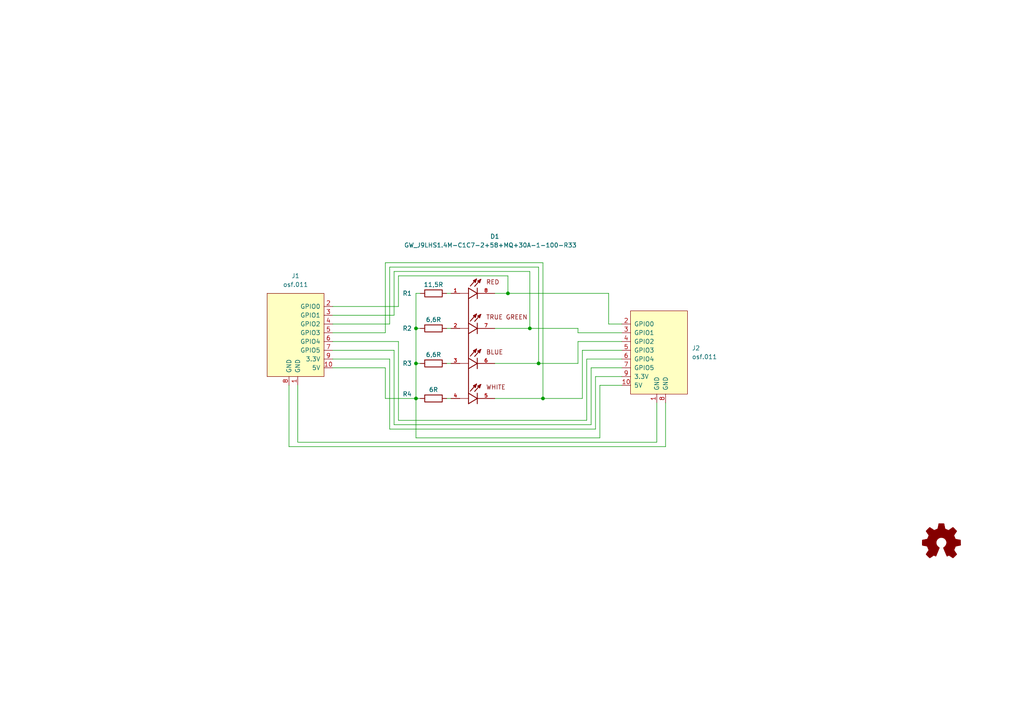
<source format=kicad_sch>
(kicad_sch (version 20211123) (generator eeschema)

  (uuid 57732dd3-1162-4c3f-88bd-31bf473d124d)

  (paper "A4")

  (lib_symbols
    (symbol "011_GPIO_1" (pin_names (offset 1.016)) (in_bom yes) (on_board yes)
      (property "Reference" "J" (id 0) (at -2.54 13.97 0)
        (effects (font (size 1.27 1.27)))
      )
      (property "Value" "011_GPIO_1" (id 1) (at 8.89 13.97 0)
        (effects (font (size 1.27 1.27)))
      )
      (property "Footprint" "" (id 2) (at 7.62 16.51 0)
        (effects (font (size 1.27 1.27)) hide)
      )
      (property "Datasheet" "" (id 3) (at 7.62 16.51 0)
        (effects (font (size 1.27 1.27)) hide)
      )
      (symbol "011_GPIO_1_0_1"
        (rectangle (start -8.89 12.7) (end 7.62 -11.43)
          (stroke (width 0) (type default) (color 0 0 0 0))
          (fill (type background))
        )
      )
      (symbol "011_GPIO_1_1_1"
        (pin power_in line (at -1.27 -13.97 90) (length 2.54)
          (name "GND" (effects (font (size 1.27 1.27))))
          (number "1" (effects (font (size 1.27 1.27))))
        )
        (pin power_in line (at -11.43 -8.89 0) (length 2.54)
          (name "5V" (effects (font (size 1.27 1.27))))
          (number "10" (effects (font (size 1.27 1.27))))
        )
        (pin bidirectional line (at -11.43 8.89 0) (length 2.54)
          (name "GPIO0" (effects (font (size 1.27 1.27))))
          (number "2" (effects (font (size 1.27 1.27))))
        )
        (pin bidirectional line (at -11.43 6.35 0) (length 2.54)
          (name "GPIO1" (effects (font (size 1.27 1.27))))
          (number "3" (effects (font (size 1.27 1.27))))
        )
        (pin bidirectional line (at -11.43 3.81 0) (length 2.54)
          (name "GPIO2" (effects (font (size 1.27 1.27))))
          (number "4" (effects (font (size 1.27 1.27))))
        )
        (pin bidirectional line (at -11.43 1.27 0) (length 2.54)
          (name "GPIO3" (effects (font (size 1.27 1.27))))
          (number "5" (effects (font (size 1.27 1.27))))
        )
        (pin bidirectional line (at -11.43 -1.27 0) (length 2.54)
          (name "GPIO4" (effects (font (size 1.27 1.27))))
          (number "6" (effects (font (size 1.27 1.27))))
        )
        (pin bidirectional line (at -11.43 -3.81 0) (length 2.54)
          (name "GPIO5" (effects (font (size 1.27 1.27))))
          (number "7" (effects (font (size 1.27 1.27))))
        )
        (pin power_in line (at 1.27 -13.97 90) (length 2.54)
          (name "GND" (effects (font (size 1.27 1.27))))
          (number "8" (effects (font (size 1.27 1.27))))
        )
        (pin power_in line (at -11.43 -6.35 0) (length 2.54)
          (name "3.3V" (effects (font (size 1.27 1.27))))
          (number "9" (effects (font (size 1.27 1.27))))
        )
      )
    )
    (symbol "Device:R" (pin_numbers hide) (pin_names (offset 0)) (in_bom yes) (on_board yes)
      (property "Reference" "R" (id 0) (at 2.032 0 90)
        (effects (font (size 1.27 1.27)))
      )
      (property "Value" "R" (id 1) (at 0 0 90)
        (effects (font (size 1.27 1.27)))
      )
      (property "Footprint" "" (id 2) (at -1.778 0 90)
        (effects (font (size 1.27 1.27)) hide)
      )
      (property "Datasheet" "~" (id 3) (at 0 0 0)
        (effects (font (size 1.27 1.27)) hide)
      )
      (property "ki_keywords" "R res resistor" (id 4) (at 0 0 0)
        (effects (font (size 1.27 1.27)) hide)
      )
      (property "ki_description" "Resistor" (id 5) (at 0 0 0)
        (effects (font (size 1.27 1.27)) hide)
      )
      (property "ki_fp_filters" "R_*" (id 6) (at 0 0 0)
        (effects (font (size 1.27 1.27)) hide)
      )
      (symbol "R_0_1"
        (rectangle (start -1.016 -2.54) (end 1.016 2.54)
          (stroke (width 0.254) (type default) (color 0 0 0 0))
          (fill (type none))
        )
      )
      (symbol "R_1_1"
        (pin passive line (at 0 3.81 270) (length 1.27)
          (name "~" (effects (font (size 1.27 1.27))))
          (number "1" (effects (font (size 1.27 1.27))))
        )
        (pin passive line (at 0 -3.81 90) (length 1.27)
          (name "~" (effects (font (size 1.27 1.27))))
          (number "2" (effects (font (size 1.27 1.27))))
        )
      )
    )
    (symbol "GW_J9LHS1.4M-C1C7-2_58_MQ_30A-1-100-R33:GW_J9LHS1.4M-C1C7-2+58+MQ+30A-1-100-R33" (pin_names (offset 1.016)) (in_bom yes) (on_board yes)
      (property "Reference" "D" (id 0) (at -5.6388 19.7358 0)
        (effects (font (size 1.27 1.27)) (justify left bottom))
      )
      (property "Value" "GW_J9LHS1.4M-C1C7-2+58+MQ+30A-1-100-R33" (id 1) (at -5.08 -20.32 0)
        (effects (font (size 1.27 1.27)) (justify left bottom))
      )
      (property "Footprint" "LED_GW_J9LHS1.4M-C1C7-2+58+MQ+30A-1-100-R33" (id 2) (at 0 0 0)
        (effects (font (size 1.27 1.27)) (justify bottom) hide)
      )
      (property "Datasheet" "" (id 3) (at 0 0 0)
        (effects (font (size 1.27 1.27)) hide)
      )
      (property "PARTREV" "1.2" (id 4) (at 0 0 0)
        (effects (font (size 1.27 1.27)) (justify bottom) hide)
      )
      (property "MANUFACTURER" "OSRAM Opto Semiconductors" (id 5) (at 0 0 0)
        (effects (font (size 1.27 1.27)) (justify bottom) hide)
      )
      (property "MAXIMUM_PACKAGE_HEIGHT" "1.2 mm" (id 6) (at 0 0 0)
        (effects (font (size 1.27 1.27)) (justify bottom) hide)
      )
      (property "STANDARD" "Manufacturer Recommendations" (id 7) (at 0 0 0)
        (effects (font (size 1.27 1.27)) (justify bottom) hide)
      )
      (symbol "GW_J9LHS1.4M-C1C7-2+58+MQ+30A-1-100-R33_0_0"
        (rectangle (start -2.54 -16.764) (end -2.54 16.764)
          (stroke (width 0.254) (type default) (color 0 0 0 0))
          (fill (type background))
        )
        (polyline
          (pts
            (xy -2.54 -16.764)
            (xy 0 -15.24)
          )
          (stroke (width 0.254) (type default) (color 0 0 0 0))
          (fill (type none))
        )
        (polyline
          (pts
            (xy -2.54 -15.24)
            (xy -5.08 -15.24)
          )
          (stroke (width 0.1524) (type default) (color 0 0 0 0))
          (fill (type none))
        )
        (polyline
          (pts
            (xy -2.54 -6.604)
            (xy 0 -5.08)
          )
          (stroke (width 0.254) (type default) (color 0 0 0 0))
          (fill (type none))
        )
        (polyline
          (pts
            (xy -2.54 -5.08)
            (xy -5.08 -5.08)
          )
          (stroke (width 0.1524) (type default) (color 0 0 0 0))
          (fill (type none))
        )
        (polyline
          (pts
            (xy -2.54 3.556)
            (xy 0 5.08)
          )
          (stroke (width 0.254) (type default) (color 0 0 0 0))
          (fill (type none))
        )
        (polyline
          (pts
            (xy -2.54 5.08)
            (xy -5.08 5.08)
          )
          (stroke (width 0.1524) (type default) (color 0 0 0 0))
          (fill (type none))
        )
        (polyline
          (pts
            (xy -2.54 13.716)
            (xy 0 15.24)
          )
          (stroke (width 0.254) (type default) (color 0 0 0 0))
          (fill (type none))
        )
        (polyline
          (pts
            (xy -2.54 15.24)
            (xy -5.08 15.24)
          )
          (stroke (width 0.1524) (type default) (color 0 0 0 0))
          (fill (type none))
        )
        (polyline
          (pts
            (xy -1.1176 -11.557)
            (xy -0.2286 -11.0744)
          )
          (stroke (width 0.254) (type default) (color 0 0 0 0))
          (fill (type none))
        )
        (polyline
          (pts
            (xy -1.1176 -1.397)
            (xy -0.2286 -0.9144)
          )
          (stroke (width 0.254) (type default) (color 0 0 0 0))
          (fill (type none))
        )
        (polyline
          (pts
            (xy -1.1176 8.763)
            (xy -0.2286 9.2456)
          )
          (stroke (width 0.254) (type default) (color 0 0 0 0))
          (fill (type none))
        )
        (polyline
          (pts
            (xy -1.1176 18.923)
            (xy -0.2286 19.4056)
          )
          (stroke (width 0.254) (type default) (color 0 0 0 0))
          (fill (type none))
        )
        (polyline
          (pts
            (xy -0.9398 -11.6332)
            (xy -0.7112 -11.4808)
          )
          (stroke (width 0.254) (type default) (color 0 0 0 0))
          (fill (type none))
        )
        (polyline
          (pts
            (xy -0.9398 -1.4732)
            (xy -0.7112 -1.3208)
          )
          (stroke (width 0.254) (type default) (color 0 0 0 0))
          (fill (type none))
        )
        (polyline
          (pts
            (xy -0.9398 8.6868)
            (xy -0.7112 8.8392)
          )
          (stroke (width 0.254) (type default) (color 0 0 0 0))
          (fill (type none))
        )
        (polyline
          (pts
            (xy -0.9398 18.8468)
            (xy -0.7112 18.9992)
          )
          (stroke (width 0.254) (type default) (color 0 0 0 0))
          (fill (type none))
        )
        (polyline
          (pts
            (xy -0.5588 -12.0396)
            (xy -1.1176 -11.557)
          )
          (stroke (width 0.254) (type default) (color 0 0 0 0))
          (fill (type none))
        )
        (polyline
          (pts
            (xy -0.5588 -12.0396)
            (xy -0.5334 -11.303)
          )
          (stroke (width 0.254) (type default) (color 0 0 0 0))
          (fill (type none))
        )
        (polyline
          (pts
            (xy -0.5588 -1.8796)
            (xy -1.1176 -1.397)
          )
          (stroke (width 0.254) (type default) (color 0 0 0 0))
          (fill (type none))
        )
        (polyline
          (pts
            (xy -0.5588 -1.8796)
            (xy -0.5334 -1.143)
          )
          (stroke (width 0.254) (type default) (color 0 0 0 0))
          (fill (type none))
        )
        (polyline
          (pts
            (xy -0.5588 8.2804)
            (xy -1.1176 8.763)
          )
          (stroke (width 0.254) (type default) (color 0 0 0 0))
          (fill (type none))
        )
        (polyline
          (pts
            (xy -0.5588 8.2804)
            (xy -0.5334 9.017)
          )
          (stroke (width 0.254) (type default) (color 0 0 0 0))
          (fill (type none))
        )
        (polyline
          (pts
            (xy -0.5588 18.4404)
            (xy -1.1176 18.923)
          )
          (stroke (width 0.254) (type default) (color 0 0 0 0))
          (fill (type none))
        )
        (polyline
          (pts
            (xy -0.5588 18.4404)
            (xy -0.5334 19.177)
          )
          (stroke (width 0.254) (type default) (color 0 0 0 0))
          (fill (type none))
        )
        (polyline
          (pts
            (xy -0.5334 -11.303)
            (xy -0.6604 -11.303)
          )
          (stroke (width 0.254) (type default) (color 0 0 0 0))
          (fill (type none))
        )
        (polyline
          (pts
            (xy -0.5334 -1.143)
            (xy -0.6604 -1.143)
          )
          (stroke (width 0.254) (type default) (color 0 0 0 0))
          (fill (type none))
        )
        (polyline
          (pts
            (xy -0.5334 9.017)
            (xy -0.6604 9.017)
          )
          (stroke (width 0.254) (type default) (color 0 0 0 0))
          (fill (type none))
        )
        (polyline
          (pts
            (xy -0.5334 19.177)
            (xy -0.6604 19.177)
          )
          (stroke (width 0.254) (type default) (color 0 0 0 0))
          (fill (type none))
        )
        (polyline
          (pts
            (xy -0.2286 -11.0744)
            (xy -2.0066 -13.1064)
          )
          (stroke (width 0.254) (type default) (color 0 0 0 0))
          (fill (type none))
        )
        (polyline
          (pts
            (xy -0.2286 -11.0744)
            (xy -0.5588 -12.0396)
          )
          (stroke (width 0.254) (type default) (color 0 0 0 0))
          (fill (type none))
        )
        (polyline
          (pts
            (xy -0.2286 -0.9144)
            (xy -2.0066 -2.9464)
          )
          (stroke (width 0.254) (type default) (color 0 0 0 0))
          (fill (type none))
        )
        (polyline
          (pts
            (xy -0.2286 -0.9144)
            (xy -0.5588 -1.8796)
          )
          (stroke (width 0.254) (type default) (color 0 0 0 0))
          (fill (type none))
        )
        (polyline
          (pts
            (xy -0.2286 9.2456)
            (xy -2.0066 7.2136)
          )
          (stroke (width 0.254) (type default) (color 0 0 0 0))
          (fill (type none))
        )
        (polyline
          (pts
            (xy -0.2286 9.2456)
            (xy -0.5588 8.2804)
          )
          (stroke (width 0.254) (type default) (color 0 0 0 0))
          (fill (type none))
        )
        (polyline
          (pts
            (xy -0.2286 19.4056)
            (xy -2.0066 17.3736)
          )
          (stroke (width 0.254) (type default) (color 0 0 0 0))
          (fill (type none))
        )
        (polyline
          (pts
            (xy -0.2286 19.4056)
            (xy -0.5588 18.4404)
          )
          (stroke (width 0.254) (type default) (color 0 0 0 0))
          (fill (type none))
        )
        (polyline
          (pts
            (xy 0 -15.24)
            (xy -2.54 -13.716)
          )
          (stroke (width 0.254) (type default) (color 0 0 0 0))
          (fill (type none))
        )
        (polyline
          (pts
            (xy 0 -13.716)
            (xy 0 -16.764)
          )
          (stroke (width 0.254) (type default) (color 0 0 0 0))
          (fill (type none))
        )
        (polyline
          (pts
            (xy 0 -5.08)
            (xy -2.54 -3.556)
          )
          (stroke (width 0.254) (type default) (color 0 0 0 0))
          (fill (type none))
        )
        (polyline
          (pts
            (xy 0 -3.556)
            (xy 0 -6.604)
          )
          (stroke (width 0.254) (type default) (color 0 0 0 0))
          (fill (type none))
        )
        (polyline
          (pts
            (xy 0 5.08)
            (xy -2.54 6.604)
          )
          (stroke (width 0.254) (type default) (color 0 0 0 0))
          (fill (type none))
        )
        (polyline
          (pts
            (xy 0 6.604)
            (xy 0 3.556)
          )
          (stroke (width 0.254) (type default) (color 0 0 0 0))
          (fill (type none))
        )
        (polyline
          (pts
            (xy 0 15.24)
            (xy -2.54 16.764)
          )
          (stroke (width 0.254) (type default) (color 0 0 0 0))
          (fill (type none))
        )
        (polyline
          (pts
            (xy 0 16.764)
            (xy 0 13.716)
          )
          (stroke (width 0.254) (type default) (color 0 0 0 0))
          (fill (type none))
        )
        (polyline
          (pts
            (xy 0.127 -11.6586)
            (xy 1.016 -11.176)
          )
          (stroke (width 0.254) (type default) (color 0 0 0 0))
          (fill (type none))
        )
        (polyline
          (pts
            (xy 0.127 -1.4986)
            (xy 1.016 -1.016)
          )
          (stroke (width 0.254) (type default) (color 0 0 0 0))
          (fill (type none))
        )
        (polyline
          (pts
            (xy 0.127 8.6614)
            (xy 1.016 9.144)
          )
          (stroke (width 0.254) (type default) (color 0 0 0 0))
          (fill (type none))
        )
        (polyline
          (pts
            (xy 0.127 18.8214)
            (xy 1.016 19.304)
          )
          (stroke (width 0.254) (type default) (color 0 0 0 0))
          (fill (type none))
        )
        (polyline
          (pts
            (xy 0.3048 -11.7348)
            (xy 0.5334 -11.5824)
          )
          (stroke (width 0.254) (type default) (color 0 0 0 0))
          (fill (type none))
        )
        (polyline
          (pts
            (xy 0.3048 -1.5748)
            (xy 0.5334 -1.4224)
          )
          (stroke (width 0.254) (type default) (color 0 0 0 0))
          (fill (type none))
        )
        (polyline
          (pts
            (xy 0.3048 8.5852)
            (xy 0.5334 8.7376)
          )
          (stroke (width 0.254) (type default) (color 0 0 0 0))
          (fill (type none))
        )
        (polyline
          (pts
            (xy 0.3048 18.7452)
            (xy 0.5334 18.8976)
          )
          (stroke (width 0.254) (type default) (color 0 0 0 0))
          (fill (type none))
        )
        (polyline
          (pts
            (xy 0.6858 -12.1412)
            (xy 0.127 -11.6586)
          )
          (stroke (width 0.254) (type default) (color 0 0 0 0))
          (fill (type none))
        )
        (polyline
          (pts
            (xy 0.6858 -12.1412)
            (xy 0.7112 -11.4046)
          )
          (stroke (width 0.254) (type default) (color 0 0 0 0))
          (fill (type none))
        )
        (polyline
          (pts
            (xy 0.6858 -1.9812)
            (xy 0.127 -1.4986)
          )
          (stroke (width 0.254) (type default) (color 0 0 0 0))
          (fill (type none))
        )
        (polyline
          (pts
            (xy 0.6858 -1.9812)
            (xy 0.7112 -1.2446)
          )
          (stroke (width 0.254) (type default) (color 0 0 0 0))
          (fill (type none))
        )
        (polyline
          (pts
            (xy 0.6858 8.1788)
            (xy 0.127 8.6614)
          )
          (stroke (width 0.254) (type default) (color 0 0 0 0))
          (fill (type none))
        )
        (polyline
          (pts
            (xy 0.6858 8.1788)
            (xy 0.7112 8.9154)
          )
          (stroke (width 0.254) (type default) (color 0 0 0 0))
          (fill (type none))
        )
        (polyline
          (pts
            (xy 0.6858 18.3388)
            (xy 0.127 18.8214)
          )
          (stroke (width 0.254) (type default) (color 0 0 0 0))
          (fill (type none))
        )
        (polyline
          (pts
            (xy 0.6858 18.3388)
            (xy 0.7112 19.0754)
          )
          (stroke (width 0.254) (type default) (color 0 0 0 0))
          (fill (type none))
        )
        (polyline
          (pts
            (xy 0.7112 -11.4046)
            (xy 0.5842 -11.4046)
          )
          (stroke (width 0.254) (type default) (color 0 0 0 0))
          (fill (type none))
        )
        (polyline
          (pts
            (xy 0.7112 -1.2446)
            (xy 0.5842 -1.2446)
          )
          (stroke (width 0.254) (type default) (color 0 0 0 0))
          (fill (type none))
        )
        (polyline
          (pts
            (xy 0.7112 8.9154)
            (xy 0.5842 8.9154)
          )
          (stroke (width 0.254) (type default) (color 0 0 0 0))
          (fill (type none))
        )
        (polyline
          (pts
            (xy 0.7112 19.0754)
            (xy 0.5842 19.0754)
          )
          (stroke (width 0.254) (type default) (color 0 0 0 0))
          (fill (type none))
        )
        (polyline
          (pts
            (xy 1.016 -11.176)
            (xy -0.762 -13.208)
          )
          (stroke (width 0.254) (type default) (color 0 0 0 0))
          (fill (type none))
        )
        (polyline
          (pts
            (xy 1.016 -11.176)
            (xy 0.6858 -12.1412)
          )
          (stroke (width 0.254) (type default) (color 0 0 0 0))
          (fill (type none))
        )
        (polyline
          (pts
            (xy 1.016 -1.016)
            (xy -0.762 -3.048)
          )
          (stroke (width 0.254) (type default) (color 0 0 0 0))
          (fill (type none))
        )
        (polyline
          (pts
            (xy 1.016 -1.016)
            (xy 0.6858 -1.9812)
          )
          (stroke (width 0.254) (type default) (color 0 0 0 0))
          (fill (type none))
        )
        (polyline
          (pts
            (xy 1.016 9.144)
            (xy -0.762 7.112)
          )
          (stroke (width 0.254) (type default) (color 0 0 0 0))
          (fill (type none))
        )
        (polyline
          (pts
            (xy 1.016 9.144)
            (xy 0.6858 8.1788)
          )
          (stroke (width 0.254) (type default) (color 0 0 0 0))
          (fill (type none))
        )
        (polyline
          (pts
            (xy 1.016 19.304)
            (xy -0.762 17.272)
          )
          (stroke (width 0.254) (type default) (color 0 0 0 0))
          (fill (type none))
        )
        (polyline
          (pts
            (xy 1.016 19.304)
            (xy 0.6858 18.3388)
          )
          (stroke (width 0.254) (type default) (color 0 0 0 0))
          (fill (type none))
        )
        (text "BLUE" (at 2.54 -2.54 0)
          (effects (font (size 1.27 1.27)) (justify left bottom))
        )
        (text "RED" (at 2.54 17.78 0)
          (effects (font (size 1.27 1.27)) (justify left bottom))
        )
        (text "TRUE GREEN" (at 2.54 7.62 0)
          (effects (font (size 1.27 1.27)) (justify left bottom))
        )
        (text "WHITE" (at 2.54 -12.7 0)
          (effects (font (size 1.27 1.27)) (justify left bottom))
        )
        (pin passive line (at -7.62 15.24 0) (length 2.54)
          (name "~" (effects (font (size 1.016 1.016))))
          (number "1" (effects (font (size 1.016 1.016))))
        )
        (pin passive line (at -7.62 5.08 0) (length 2.54)
          (name "~" (effects (font (size 1.016 1.016))))
          (number "2" (effects (font (size 1.016 1.016))))
        )
        (pin passive line (at -7.62 -5.08 0) (length 2.54)
          (name "~" (effects (font (size 1.016 1.016))))
          (number "3" (effects (font (size 1.016 1.016))))
        )
        (pin passive line (at -7.62 -15.24 0) (length 2.54)
          (name "~" (effects (font (size 1.016 1.016))))
          (number "4" (effects (font (size 1.016 1.016))))
        )
        (pin passive line (at 5.08 -15.24 180) (length 5.08)
          (name "~" (effects (font (size 1.016 1.016))))
          (number "5" (effects (font (size 1.016 1.016))))
        )
        (pin passive line (at 5.08 -5.08 180) (length 5.08)
          (name "~" (effects (font (size 1.016 1.016))))
          (number "6" (effects (font (size 1.016 1.016))))
        )
        (pin passive line (at 5.08 5.08 180) (length 5.08)
          (name "~" (effects (font (size 1.016 1.016))))
          (number "7" (effects (font (size 1.016 1.016))))
        )
        (pin passive line (at 5.08 15.24 180) (length 5.08)
          (name "~" (effects (font (size 1.016 1.016))))
          (number "8" (effects (font (size 1.016 1.016))))
        )
      )
    )
    (symbol "Graphic:Logo_Open_Hardware_Small" (pin_names (offset 1.016)) (in_bom yes) (on_board yes)
      (property "Reference" "#LOGO" (id 0) (at 0 6.985 0)
        (effects (font (size 1.27 1.27)) hide)
      )
      (property "Value" "Logo_Open_Hardware_Small" (id 1) (at 0 -5.715 0)
        (effects (font (size 1.27 1.27)) hide)
      )
      (property "Footprint" "" (id 2) (at 0 0 0)
        (effects (font (size 1.27 1.27)) hide)
      )
      (property "Datasheet" "~" (id 3) (at 0 0 0)
        (effects (font (size 1.27 1.27)) hide)
      )
      (property "ki_keywords" "Logo" (id 4) (at 0 0 0)
        (effects (font (size 1.27 1.27)) hide)
      )
      (property "ki_description" "Open Hardware logo, small" (id 5) (at 0 0 0)
        (effects (font (size 1.27 1.27)) hide)
      )
      (symbol "Logo_Open_Hardware_Small_0_1"
        (polyline
          (pts
            (xy 3.3528 -4.3434)
            (xy 3.302 -4.318)
            (xy 3.175 -4.2418)
            (xy 2.9972 -4.1148)
            (xy 2.7686 -3.9624)
            (xy 2.54 -3.81)
            (xy 2.3622 -3.7084)
            (xy 2.2352 -3.6068)
            (xy 2.1844 -3.5814)
            (xy 2.159 -3.6068)
            (xy 2.0574 -3.6576)
            (xy 1.905 -3.7338)
            (xy 1.8034 -3.7846)
            (xy 1.6764 -3.8354)
            (xy 1.6002 -3.8354)
            (xy 1.6002 -3.8354)
            (xy 1.5494 -3.7338)
            (xy 1.4732 -3.5306)
            (xy 1.3462 -3.302)
            (xy 1.2446 -3.0226)
            (xy 1.1176 -2.7178)
            (xy 0.9652 -2.413)
            (xy 0.8636 -2.1082)
            (xy 0.7366 -1.8288)
            (xy 0.6604 -1.6256)
            (xy 0.6096 -1.4732)
            (xy 0.5842 -1.397)
            (xy 0.5842 -1.397)
            (xy 0.6604 -1.3208)
            (xy 0.7874 -1.2446)
            (xy 1.0414 -1.016)
            (xy 1.2954 -0.6858)
            (xy 1.4478 -0.3302)
            (xy 1.524 0.0762)
            (xy 1.4732 0.4572)
            (xy 1.3208 0.8128)
            (xy 1.0668 1.143)
            (xy 0.762 1.3716)
            (xy 0.4064 1.524)
            (xy 0 1.5748)
            (xy -0.381 1.5494)
            (xy -0.7366 1.397)
            (xy -1.0668 1.143)
            (xy -1.2192 0.9906)
            (xy -1.397 0.6604)
            (xy -1.524 0.3048)
            (xy -1.524 0.2286)
            (xy -1.4986 -0.1778)
            (xy -1.397 -0.5334)
            (xy -1.1938 -0.8636)
            (xy -0.9144 -1.143)
            (xy -0.8636 -1.1684)
            (xy -0.7366 -1.27)
            (xy -0.635 -1.3462)
            (xy -0.5842 -1.397)
            (xy -1.0668 -2.5908)
            (xy -1.143 -2.794)
            (xy -1.2954 -3.1242)
            (xy -1.397 -3.4036)
            (xy -1.4986 -3.6322)
            (xy -1.5748 -3.7846)
            (xy -1.6002 -3.8354)
            (xy -1.6002 -3.8354)
            (xy -1.651 -3.8354)
            (xy -1.7272 -3.81)
            (xy -1.905 -3.7338)
            (xy -2.0066 -3.683)
            (xy -2.1336 -3.6068)
            (xy -2.2098 -3.5814)
            (xy -2.2606 -3.6068)
            (xy -2.3622 -3.683)
            (xy -2.54 -3.81)
            (xy -2.7686 -3.9624)
            (xy -2.9718 -4.0894)
            (xy -3.1496 -4.2164)
            (xy -3.302 -4.318)
            (xy -3.3528 -4.3434)
            (xy -3.3782 -4.3434)
            (xy -3.429 -4.318)
            (xy -3.5306 -4.2164)
            (xy -3.7084 -4.064)
            (xy -3.937 -3.8354)
            (xy -3.9624 -3.81)
            (xy -4.1656 -3.6068)
            (xy -4.318 -3.4544)
            (xy -4.4196 -3.3274)
            (xy -4.445 -3.2766)
            (xy -4.445 -3.2766)
            (xy -4.4196 -3.2258)
            (xy -4.318 -3.0734)
            (xy -4.2164 -2.8956)
            (xy -4.064 -2.667)
            (xy -3.6576 -2.0828)
            (xy -3.8862 -1.5494)
            (xy -3.937 -1.3716)
            (xy -4.0386 -1.1684)
            (xy -4.0894 -1.0414)
            (xy -4.1148 -0.9652)
            (xy -4.191 -0.9398)
            (xy -4.318 -0.9144)
            (xy -4.5466 -0.8636)
            (xy -4.8006 -0.8128)
            (xy -5.0546 -0.7874)
            (xy -5.2578 -0.7366)
            (xy -5.4356 -0.7112)
            (xy -5.5118 -0.6858)
            (xy -5.5118 -0.6858)
            (xy -5.5372 -0.635)
            (xy -5.5372 -0.5588)
            (xy -5.5372 -0.4318)
            (xy -5.5626 -0.2286)
            (xy -5.5626 0.0762)
            (xy -5.5626 0.127)
            (xy -5.5372 0.4064)
            (xy -5.5372 0.635)
            (xy -5.5372 0.762)
            (xy -5.5372 0.8382)
            (xy -5.5372 0.8382)
            (xy -5.461 0.8382)
            (xy -5.3086 0.889)
            (xy -5.08 0.9144)
            (xy -4.826 0.9652)
            (xy -4.8006 0.9906)
            (xy -4.5466 1.0414)
            (xy -4.318 1.0668)
            (xy -4.1656 1.1176)
            (xy -4.0894 1.143)
            (xy -4.0894 1.143)
            (xy -4.0386 1.2446)
            (xy -3.9624 1.4224)
            (xy -3.8608 1.6256)
            (xy -3.7846 1.8288)
            (xy -3.7084 2.0066)
            (xy -3.6576 2.159)
            (xy -3.6322 2.2098)
            (xy -3.6322 2.2098)
            (xy -3.683 2.286)
            (xy -3.7592 2.413)
            (xy -3.8862 2.5908)
            (xy -4.064 2.8194)
            (xy -4.064 2.8448)
            (xy -4.2164 3.0734)
            (xy -4.3434 3.2512)
            (xy -4.4196 3.3782)
            (xy -4.445 3.4544)
            (xy -4.445 3.4544)
            (xy -4.3942 3.5052)
            (xy -4.2926 3.6322)
            (xy -4.1148 3.81)
            (xy -3.937 4.0132)
            (xy -3.8608 4.064)
            (xy -3.6576 4.2926)
            (xy -3.5052 4.4196)
            (xy -3.4036 4.4958)
            (xy -3.3528 4.5212)
            (xy -3.3528 4.5212)
            (xy -3.302 4.4704)
            (xy -3.1496 4.3688)
            (xy -2.9718 4.2418)
            (xy -2.7432 4.0894)
            (xy -2.7178 4.0894)
            (xy -2.4892 3.937)
            (xy -2.3114 3.81)
            (xy -2.1844 3.7084)
            (xy -2.1336 3.683)
            (xy -2.1082 3.683)
            (xy -2.032 3.7084)
            (xy -1.8542 3.7592)
            (xy -1.6764 3.8354)
            (xy -1.4732 3.937)
            (xy -1.27 4.0132)
            (xy -1.143 4.064)
            (xy -1.0668 4.1148)
            (xy -1.0668 4.1148)
            (xy -1.0414 4.191)
            (xy -1.016 4.3434)
            (xy -0.9652 4.572)
            (xy -0.9144 4.8514)
            (xy -0.889 4.9022)
            (xy -0.8382 5.1562)
            (xy -0.8128 5.3848)
            (xy -0.7874 5.5372)
            (xy -0.762 5.588)
            (xy -0.7112 5.6134)
            (xy -0.5842 5.6134)
            (xy -0.4064 5.6134)
            (xy -0.1524 5.6134)
            (xy 0.0762 5.6134)
            (xy 0.3302 5.6134)
            (xy 0.5334 5.6134)
            (xy 0.6858 5.588)
            (xy 0.7366 5.588)
            (xy 0.7366 5.588)
            (xy 0.762 5.5118)
            (xy 0.8128 5.334)
            (xy 0.8382 5.1054)
            (xy 0.9144 4.826)
            (xy 0.9144 4.7752)
            (xy 0.9652 4.5212)
            (xy 1.016 4.2926)
            (xy 1.0414 4.1402)
            (xy 1.0668 4.0894)
            (xy 1.0668 4.0894)
            (xy 1.1938 4.0386)
            (xy 1.3716 3.9624)
            (xy 1.5748 3.8608)
            (xy 2.0828 3.6576)
            (xy 2.7178 4.0894)
            (xy 2.7686 4.1402)
            (xy 2.9972 4.2926)
            (xy 3.175 4.4196)
            (xy 3.302 4.4958)
            (xy 3.3782 4.5212)
            (xy 3.3782 4.5212)
            (xy 3.429 4.4704)
            (xy 3.556 4.3434)
            (xy 3.7338 4.191)
            (xy 3.9116 3.9878)
            (xy 4.064 3.8354)
            (xy 4.2418 3.6576)
            (xy 4.3434 3.556)
            (xy 4.4196 3.4798)
            (xy 4.4196 3.429)
            (xy 4.4196 3.4036)
            (xy 4.3942 3.3274)
            (xy 4.2926 3.2004)
            (xy 4.1656 2.9972)
            (xy 4.0132 2.794)
            (xy 3.8862 2.5908)
            (xy 3.7592 2.3876)
            (xy 3.6576 2.2352)
            (xy 3.6322 2.159)
            (xy 3.6322 2.1336)
            (xy 3.683 2.0066)
            (xy 3.7592 1.8288)
            (xy 3.8608 1.6002)
            (xy 4.064 1.1176)
            (xy 4.3942 1.0414)
            (xy 4.5974 1.016)
            (xy 4.8768 0.9652)
            (xy 5.1308 0.9144)
            (xy 5.5372 0.8382)
            (xy 5.5626 -0.6604)
            (xy 5.4864 -0.6858)
            (xy 5.4356 -0.6858)
            (xy 5.2832 -0.7366)
            (xy 5.0546 -0.762)
            (xy 4.8006 -0.8128)
            (xy 4.5974 -0.8636)
            (xy 4.3688 -0.9144)
            (xy 4.2164 -0.9398)
            (xy 4.1402 -0.9398)
            (xy 4.1148 -0.9652)
            (xy 4.064 -1.0668)
            (xy 3.9878 -1.2446)
            (xy 3.9116 -1.4478)
            (xy 3.81 -1.651)
            (xy 3.7338 -1.8542)
            (xy 3.683 -2.0066)
            (xy 3.6576 -2.0828)
            (xy 3.683 -2.1336)
            (xy 3.7846 -2.2606)
            (xy 3.8862 -2.4638)
            (xy 4.0386 -2.667)
            (xy 4.191 -2.8956)
            (xy 4.318 -3.0734)
            (xy 4.3942 -3.2004)
            (xy 4.445 -3.2766)
            (xy 4.4196 -3.3274)
            (xy 4.3434 -3.429)
            (xy 4.1656 -3.5814)
            (xy 3.937 -3.8354)
            (xy 3.8862 -3.8608)
            (xy 3.683 -4.064)
            (xy 3.5306 -4.2164)
            (xy 3.4036 -4.318)
            (xy 3.3528 -4.3434)
          )
          (stroke (width 0) (type default) (color 0 0 0 0))
          (fill (type outline))
        )
      )
    )
    (symbol "put_on_edge:011_GPIO" (pin_names (offset 1.016)) (in_bom yes) (on_board yes)
      (property "Reference" "J" (id 0) (at -2.54 13.97 0)
        (effects (font (size 1.27 1.27)))
      )
      (property "Value" "011_GPIO" (id 1) (at 8.89 13.97 0)
        (effects (font (size 1.27 1.27)))
      )
      (property "Footprint" "" (id 2) (at 7.62 16.51 0)
        (effects (font (size 1.27 1.27)) hide)
      )
      (property "Datasheet" "" (id 3) (at 7.62 16.51 0)
        (effects (font (size 1.27 1.27)) hide)
      )
      (symbol "011_GPIO_0_1"
        (rectangle (start -8.89 12.7) (end 7.62 -11.43)
          (stroke (width 0) (type default) (color 0 0 0 0))
          (fill (type background))
        )
      )
      (symbol "011_GPIO_1_1"
        (pin power_in line (at -1.27 -13.97 90) (length 2.54)
          (name "GND" (effects (font (size 1.27 1.27))))
          (number "1" (effects (font (size 1.27 1.27))))
        )
        (pin power_in line (at -11.43 -8.89 0) (length 2.54)
          (name "5V" (effects (font (size 1.27 1.27))))
          (number "10" (effects (font (size 1.27 1.27))))
        )
        (pin bidirectional line (at -11.43 8.89 0) (length 2.54)
          (name "GPIO0" (effects (font (size 1.27 1.27))))
          (number "2" (effects (font (size 1.27 1.27))))
        )
        (pin bidirectional line (at -11.43 6.35 0) (length 2.54)
          (name "GPIO1" (effects (font (size 1.27 1.27))))
          (number "3" (effects (font (size 1.27 1.27))))
        )
        (pin bidirectional line (at -11.43 3.81 0) (length 2.54)
          (name "GPIO2" (effects (font (size 1.27 1.27))))
          (number "4" (effects (font (size 1.27 1.27))))
        )
        (pin bidirectional line (at -11.43 1.27 0) (length 2.54)
          (name "GPIO3" (effects (font (size 1.27 1.27))))
          (number "5" (effects (font (size 1.27 1.27))))
        )
        (pin bidirectional line (at -11.43 -1.27 0) (length 2.54)
          (name "GPIO4" (effects (font (size 1.27 1.27))))
          (number "6" (effects (font (size 1.27 1.27))))
        )
        (pin bidirectional line (at -11.43 -3.81 0) (length 2.54)
          (name "GPIO5" (effects (font (size 1.27 1.27))))
          (number "7" (effects (font (size 1.27 1.27))))
        )
        (pin power_in line (at 1.27 -13.97 90) (length 2.54)
          (name "GND" (effects (font (size 1.27 1.27))))
          (number "8" (effects (font (size 1.27 1.27))))
        )
        (pin power_in line (at -11.43 -6.35 0) (length 2.54)
          (name "3.3V" (effects (font (size 1.27 1.27))))
          (number "9" (effects (font (size 1.27 1.27))))
        )
      )
    )
  )

  (junction (at 120.65 115.57) (diameter 0) (color 0 0 0 0)
    (uuid 881738f6-91d6-438f-a1f6-26096704fe83)
  )
  (junction (at 156.21 105.41) (diameter 0) (color 0 0 0 0)
    (uuid 981f1449-ae8a-49b3-bed5-5b55145765b2)
  )
  (junction (at 153.67 95.25) (diameter 0) (color 0 0 0 0)
    (uuid a8f4f3ba-2b4c-4a4c-8409-3ec95385f422)
  )
  (junction (at 120.65 105.41) (diameter 0) (color 0 0 0 0)
    (uuid b33b9933-81bc-49c1-a413-cbb199d26567)
  )
  (junction (at 157.48 115.57) (diameter 0) (color 0 0 0 0)
    (uuid d9664e68-d37d-4317-a49f-45be655f83df)
  )
  (junction (at 147.32 85.09) (diameter 0) (color 0 0 0 0)
    (uuid e796f029-eac6-45c6-a998-2c0041f24f8c)
  )
  (junction (at 120.65 95.25) (diameter 0) (color 0 0 0 0)
    (uuid fb04a030-1991-4a93-ac46-62fa160956db)
  )

  (wire (pts (xy 96.52 99.06) (xy 115.57 99.06))
    (stroke (width 0) (type default) (color 0 0 0 0))
    (uuid 00b3b2da-277f-447c-85d9-932fc55d0789)
  )
  (wire (pts (xy 168.91 101.6) (xy 180.34 101.6))
    (stroke (width 0) (type default) (color 0 0 0 0))
    (uuid 07e82c8c-3fc0-4306-84ee-0146830167d8)
  )
  (wire (pts (xy 143.51 85.09) (xy 147.32 85.09))
    (stroke (width 0) (type default) (color 0 0 0 0))
    (uuid 0b7d2b70-50fd-4982-b8ff-82f0741ee807)
  )
  (wire (pts (xy 147.32 85.09) (xy 147.32 80.01))
    (stroke (width 0) (type default) (color 0 0 0 0))
    (uuid 13954435-dac1-411e-9cc7-77f83eee5ebe)
  )
  (wire (pts (xy 120.65 85.09) (xy 120.65 95.25))
    (stroke (width 0) (type default) (color 0 0 0 0))
    (uuid 198132c6-59c3-4997-9cf1-6c47c867675a)
  )
  (wire (pts (xy 111.76 115.57) (xy 120.65 115.57))
    (stroke (width 0) (type default) (color 0 0 0 0))
    (uuid 1fca79e9-8041-4d62-be6c-0a5b49ad27fd)
  )
  (wire (pts (xy 172.72 109.22) (xy 180.34 109.22))
    (stroke (width 0) (type default) (color 0 0 0 0))
    (uuid 24038364-a422-4768-8fe2-f32b0d5a0d03)
  )
  (wire (pts (xy 86.36 128.27) (xy 190.5 128.27))
    (stroke (width 0) (type default) (color 0 0 0 0))
    (uuid 24ebc2d6-cdf8-4dd7-83ce-cc46f86241fd)
  )
  (wire (pts (xy 115.57 121.92) (xy 170.18 121.92))
    (stroke (width 0) (type default) (color 0 0 0 0))
    (uuid 2bc0d995-4e8a-4a4f-8005-a0a3c8662180)
  )
  (wire (pts (xy 153.67 78.74) (xy 153.67 95.25))
    (stroke (width 0) (type default) (color 0 0 0 0))
    (uuid 2f5beb49-fc30-44b5-ac55-9906765f58dd)
  )
  (wire (pts (xy 168.91 101.6) (xy 168.91 115.57))
    (stroke (width 0) (type default) (color 0 0 0 0))
    (uuid 2ff9d6f9-480c-4c9d-a02c-e99392dbfcb3)
  )
  (wire (pts (xy 180.34 96.52) (xy 167.64 96.52))
    (stroke (width 0) (type default) (color 0 0 0 0))
    (uuid 30a1b301-5bb8-46a2-aa42-090000b2e3c6)
  )
  (wire (pts (xy 147.32 85.09) (xy 176.53 85.09))
    (stroke (width 0) (type default) (color 0 0 0 0))
    (uuid 32a7f430-83b4-427b-aeef-1c4b68749991)
  )
  (wire (pts (xy 180.34 99.06) (xy 167.64 99.06))
    (stroke (width 0) (type default) (color 0 0 0 0))
    (uuid 330cc99f-438e-4112-aa57-fd347760d2bc)
  )
  (wire (pts (xy 115.57 88.9) (xy 96.52 88.9))
    (stroke (width 0) (type default) (color 0 0 0 0))
    (uuid 3543de2b-23a5-4ec3-8205-8ba29bf26d30)
  )
  (wire (pts (xy 167.64 95.25) (xy 153.67 95.25))
    (stroke (width 0) (type default) (color 0 0 0 0))
    (uuid 36953fe4-0e12-4740-8581-2ad85b62f950)
  )
  (wire (pts (xy 120.65 127) (xy 120.65 115.57))
    (stroke (width 0) (type default) (color 0 0 0 0))
    (uuid 382e0aed-15e3-4555-90ca-fcba530162fa)
  )
  (wire (pts (xy 96.52 96.52) (xy 111.76 96.52))
    (stroke (width 0) (type default) (color 0 0 0 0))
    (uuid 3b6e9388-6b99-4a69-871f-c70dcaf7aa7d)
  )
  (wire (pts (xy 129.54 115.57) (xy 130.81 115.57))
    (stroke (width 0) (type default) (color 0 0 0 0))
    (uuid 3cf23dbb-37b7-47db-8b15-06bb3ff16087)
  )
  (wire (pts (xy 153.67 95.25) (xy 143.51 95.25))
    (stroke (width 0) (type default) (color 0 0 0 0))
    (uuid 41b57e2e-5a27-44bc-8448-062913d5d0e4)
  )
  (wire (pts (xy 83.82 111.76) (xy 83.82 129.54))
    (stroke (width 0) (type default) (color 0 0 0 0))
    (uuid 4902d20d-75aa-47bb-aa36-dcfe9da2c3a5)
  )
  (wire (pts (xy 114.3 123.19) (xy 114.3 101.6))
    (stroke (width 0) (type default) (color 0 0 0 0))
    (uuid 54e847c9-04ad-4e36-b4da-6881302975bc)
  )
  (wire (pts (xy 120.65 115.57) (xy 121.92 115.57))
    (stroke (width 0) (type default) (color 0 0 0 0))
    (uuid 57f75b77-1fc7-4b30-bf94-728463f37800)
  )
  (wire (pts (xy 96.52 106.68) (xy 111.76 106.68))
    (stroke (width 0) (type default) (color 0 0 0 0))
    (uuid 58edcf94-dbe9-4b6a-9cc9-6106e7080f6b)
  )
  (wire (pts (xy 113.03 124.46) (xy 172.72 124.46))
    (stroke (width 0) (type default) (color 0 0 0 0))
    (uuid 5c07999f-6b8f-41f8-a024-a0befaa04697)
  )
  (wire (pts (xy 171.45 123.19) (xy 114.3 123.19))
    (stroke (width 0) (type default) (color 0 0 0 0))
    (uuid 6047b3ef-3053-49a5-9372-bce13a5f74e4)
  )
  (wire (pts (xy 120.65 85.09) (xy 121.92 85.09))
    (stroke (width 0) (type default) (color 0 0 0 0))
    (uuid 669dbc97-831c-4b78-b3b1-3dc8a6079c93)
  )
  (wire (pts (xy 176.53 93.98) (xy 176.53 85.09))
    (stroke (width 0) (type default) (color 0 0 0 0))
    (uuid 6a847495-a807-4178-8788-b21955d6113e)
  )
  (wire (pts (xy 120.65 105.41) (xy 120.65 115.57))
    (stroke (width 0) (type default) (color 0 0 0 0))
    (uuid 6f4e7cd5-a645-408f-9842-1f92342edacf)
  )
  (wire (pts (xy 115.57 99.06) (xy 115.57 121.92))
    (stroke (width 0) (type default) (color 0 0 0 0))
    (uuid 70d94199-9177-4287-aae2-4ebfe66ebf82)
  )
  (wire (pts (xy 96.52 91.44) (xy 114.3 91.44))
    (stroke (width 0) (type default) (color 0 0 0 0))
    (uuid 74d028fb-068d-4118-adda-4e4824d03b57)
  )
  (wire (pts (xy 96.52 104.14) (xy 113.03 104.14))
    (stroke (width 0) (type default) (color 0 0 0 0))
    (uuid 7918b469-551a-41c3-b5e4-1598a02bd94d)
  )
  (wire (pts (xy 180.34 104.14) (xy 170.18 104.14))
    (stroke (width 0) (type default) (color 0 0 0 0))
    (uuid 7aaac2fd-38ad-45b3-a0c3-264778498c88)
  )
  (wire (pts (xy 180.34 111.76) (xy 173.99 111.76))
    (stroke (width 0) (type default) (color 0 0 0 0))
    (uuid 7ee821b2-1608-43a6-a939-37b1a64f6e89)
  )
  (wire (pts (xy 180.34 93.98) (xy 176.53 93.98))
    (stroke (width 0) (type default) (color 0 0 0 0))
    (uuid 7f70b6a7-45ea-42f3-85c3-9c175442dece)
  )
  (wire (pts (xy 120.65 95.25) (xy 121.92 95.25))
    (stroke (width 0) (type default) (color 0 0 0 0))
    (uuid 82904e0c-316e-4af3-93d3-7910e9efc5ff)
  )
  (wire (pts (xy 114.3 78.74) (xy 153.67 78.74))
    (stroke (width 0) (type default) (color 0 0 0 0))
    (uuid 84107a5f-150e-494a-91af-87b0ced80695)
  )
  (wire (pts (xy 167.64 96.52) (xy 167.64 95.25))
    (stroke (width 0) (type default) (color 0 0 0 0))
    (uuid 8c09ea7a-2d32-4d4f-8b12-e5e36e635970)
  )
  (wire (pts (xy 111.76 76.2) (xy 157.48 76.2))
    (stroke (width 0) (type default) (color 0 0 0 0))
    (uuid 8e67312f-7f92-4917-9b07-de51122fe6d4)
  )
  (wire (pts (xy 114.3 101.6) (xy 96.52 101.6))
    (stroke (width 0) (type default) (color 0 0 0 0))
    (uuid 93f0b4f7-e3a8-400d-89b7-f23f978f5d7c)
  )
  (wire (pts (xy 193.04 129.54) (xy 193.04 116.84))
    (stroke (width 0) (type default) (color 0 0 0 0))
    (uuid 9581781f-c39b-4e45-8ce2-7b5813ac827f)
  )
  (wire (pts (xy 157.48 115.57) (xy 143.51 115.57))
    (stroke (width 0) (type default) (color 0 0 0 0))
    (uuid 9781c464-6155-4bd2-a6c7-24e110bb2682)
  )
  (wire (pts (xy 156.21 105.41) (xy 156.21 77.47))
    (stroke (width 0) (type default) (color 0 0 0 0))
    (uuid 9ceed069-8b9b-4cbe-9280-c6030e1a3005)
  )
  (wire (pts (xy 157.48 76.2) (xy 157.48 115.57))
    (stroke (width 0) (type default) (color 0 0 0 0))
    (uuid 9fe4822c-49d5-471d-8a7a-b4d367bd52d9)
  )
  (wire (pts (xy 172.72 124.46) (xy 172.72 109.22))
    (stroke (width 0) (type default) (color 0 0 0 0))
    (uuid a07d785e-a30d-43ff-aa65-066b0bd197b4)
  )
  (wire (pts (xy 86.36 111.76) (xy 86.36 128.27))
    (stroke (width 0) (type default) (color 0 0 0 0))
    (uuid a276ba39-5a53-40b4-8ae7-d0d284629863)
  )
  (wire (pts (xy 190.5 128.27) (xy 190.5 116.84))
    (stroke (width 0) (type default) (color 0 0 0 0))
    (uuid a36d7f90-3051-4646-b27c-a49dbc89c969)
  )
  (wire (pts (xy 173.99 127) (xy 120.65 127))
    (stroke (width 0) (type default) (color 0 0 0 0))
    (uuid a4f75df1-ef13-45ed-b973-b83bcf64b017)
  )
  (wire (pts (xy 129.54 95.25) (xy 130.81 95.25))
    (stroke (width 0) (type default) (color 0 0 0 0))
    (uuid a529818a-2ce8-4933-bc83-02e453cf2bf3)
  )
  (wire (pts (xy 173.99 111.76) (xy 173.99 127))
    (stroke (width 0) (type default) (color 0 0 0 0))
    (uuid a65bbee0-662f-4d33-a103-55be76e3a792)
  )
  (wire (pts (xy 113.03 104.14) (xy 113.03 124.46))
    (stroke (width 0) (type default) (color 0 0 0 0))
    (uuid a9209975-20c6-44d6-a8b8-7e5d3bcb4900)
  )
  (wire (pts (xy 120.65 105.41) (xy 121.92 105.41))
    (stroke (width 0) (type default) (color 0 0 0 0))
    (uuid accd0dc2-e84d-478e-89a5-3fef97a6065b)
  )
  (wire (pts (xy 170.18 104.14) (xy 170.18 121.92))
    (stroke (width 0) (type default) (color 0 0 0 0))
    (uuid ad6f3b63-5619-42a7-8c2d-f33c436defc2)
  )
  (wire (pts (xy 129.54 105.41) (xy 130.81 105.41))
    (stroke (width 0) (type default) (color 0 0 0 0))
    (uuid b3242e4f-ce00-457c-af13-4282a4b631a0)
  )
  (wire (pts (xy 171.45 106.68) (xy 171.45 123.19))
    (stroke (width 0) (type default) (color 0 0 0 0))
    (uuid b986d694-5d3a-469a-8ea3-4d3211406f8d)
  )
  (wire (pts (xy 83.82 129.54) (xy 193.04 129.54))
    (stroke (width 0) (type default) (color 0 0 0 0))
    (uuid ba7eddcb-76cb-472e-b482-539a62c89d1f)
  )
  (wire (pts (xy 115.57 80.01) (xy 115.57 88.9))
    (stroke (width 0) (type default) (color 0 0 0 0))
    (uuid bfeac1ce-e827-4677-9a22-7051bcff0f99)
  )
  (wire (pts (xy 147.32 80.01) (xy 115.57 80.01))
    (stroke (width 0) (type default) (color 0 0 0 0))
    (uuid c36b5049-4255-4405-9193-f747d82ed008)
  )
  (wire (pts (xy 114.3 91.44) (xy 114.3 78.74))
    (stroke (width 0) (type default) (color 0 0 0 0))
    (uuid c39f8f7a-5ea2-4c30-8208-d45641c362f5)
  )
  (wire (pts (xy 143.51 105.41) (xy 156.21 105.41))
    (stroke (width 0) (type default) (color 0 0 0 0))
    (uuid cc8f0b26-bf80-44eb-ba4f-1f7daf05a79e)
  )
  (wire (pts (xy 167.64 99.06) (xy 167.64 105.41))
    (stroke (width 0) (type default) (color 0 0 0 0))
    (uuid ccb5c65b-07fa-4fb1-83f8-06d3b3dcb045)
  )
  (wire (pts (xy 180.34 106.68) (xy 171.45 106.68))
    (stroke (width 0) (type default) (color 0 0 0 0))
    (uuid ce3d9534-8f3f-4cf8-8342-3bb7935365a1)
  )
  (wire (pts (xy 156.21 77.47) (xy 113.03 77.47))
    (stroke (width 0) (type default) (color 0 0 0 0))
    (uuid d4f87c5c-8553-4185-9937-15de40290081)
  )
  (wire (pts (xy 168.91 115.57) (xy 157.48 115.57))
    (stroke (width 0) (type default) (color 0 0 0 0))
    (uuid d5d2f1be-b532-48b1-b249-41d1b79ff647)
  )
  (wire (pts (xy 111.76 106.68) (xy 111.76 115.57))
    (stroke (width 0) (type default) (color 0 0 0 0))
    (uuid df9485bb-3b82-466c-90bf-f9ebaeeea406)
  )
  (wire (pts (xy 113.03 93.98) (xy 96.52 93.98))
    (stroke (width 0) (type default) (color 0 0 0 0))
    (uuid e553b087-7a08-4333-b6ce-0b40f90ce705)
  )
  (wire (pts (xy 120.65 95.25) (xy 120.65 105.41))
    (stroke (width 0) (type default) (color 0 0 0 0))
    (uuid ec150160-b911-4073-a8d2-862460118b7c)
  )
  (wire (pts (xy 129.54 85.09) (xy 130.81 85.09))
    (stroke (width 0) (type default) (color 0 0 0 0))
    (uuid ee6d98ef-30d3-4f43-92b4-07bbc259f370)
  )
  (wire (pts (xy 111.76 96.52) (xy 111.76 76.2))
    (stroke (width 0) (type default) (color 0 0 0 0))
    (uuid f5462997-e470-4ff8-9365-6fb04635b6d7)
  )
  (wire (pts (xy 167.64 105.41) (xy 156.21 105.41))
    (stroke (width 0) (type default) (color 0 0 0 0))
    (uuid f954b2e6-2a3a-4b48-866c-f4bd86617585)
  )
  (wire (pts (xy 113.03 77.47) (xy 113.03 93.98))
    (stroke (width 0) (type default) (color 0 0 0 0))
    (uuid fc0e4258-de43-4f33-be3d-e4e6aed6a0f9)
  )

  (symbol (lib_name "011_GPIO_1") (lib_id "put_on_edge:011_GPIO") (at 85.09 97.79 0) (mirror y) (unit 1)
    (in_bom yes) (on_board yes) (fields_autoplaced)
    (uuid 02ab4736-fba1-4e6c-abef-aa7c088d94a7)
    (property "Reference" "J1" (id 0) (at 85.725 80.01 0))
    (property "Value" "osf.011" (id 1) (at 85.725 82.55 0))
    (property "Footprint" "on_edge:on_edge_2x05_device" (id 2) (at 77.47 81.28 0)
      (effects (font (size 1.27 1.27)) hide)
    )
    (property "Datasheet" "" (id 3) (at 77.47 81.28 0)
      (effects (font (size 1.27 1.27)) hide)
    )
    (pin "1" (uuid 1fcb7c38-a7fe-4129-8825-9747ba1f8458))
    (pin "10" (uuid 499ffbc3-54f4-46bf-8497-86beb8420488))
    (pin "2" (uuid bef6e338-30f0-4c15-a33d-9bb1133bd935))
    (pin "3" (uuid d797fe0a-d4eb-4614-8507-35f18e260bb0))
    (pin "4" (uuid ad95c9be-b177-43fe-85a7-3ca7f4eed9bb))
    (pin "5" (uuid c1c13124-a97d-4fa6-8348-80d645b86ca9))
    (pin "6" (uuid 4fef893d-d15c-4c07-9684-7cde633c35d0))
    (pin "7" (uuid 52e03073-c7bb-49e2-8f1e-7f8db9fed421))
    (pin "8" (uuid e33f3c53-4ea2-4c44-804a-6038affe5ffe))
    (pin "9" (uuid 063b5919-dcd1-40ad-a2bf-d8885bab60a7))
  )

  (symbol (lib_id "Device:R") (at 125.73 105.41 90) (unit 1)
    (in_bom yes) (on_board yes)
    (uuid 218c726d-046f-4365-a5e8-1950dceb4511)
    (property "Reference" "R3" (id 0) (at 118.11 105.41 90))
    (property "Value" "6,6R" (id 1) (at 125.73 102.87 90))
    (property "Footprint" "Resistor_SMD:R_0603_1608Metric_Pad0.98x0.95mm_HandSolder" (id 2) (at 125.73 107.188 90)
      (effects (font (size 1.27 1.27)) hide)
    )
    (property "Datasheet" "~" (id 3) (at 125.73 105.41 0)
      (effects (font (size 1.27 1.27)) hide)
    )
    (pin "1" (uuid 54cc993c-31d7-4f27-acce-0a1f2cae5556))
    (pin "2" (uuid 6a1fb47d-6ccd-46ff-b0da-2c52aea9120e))
  )

  (symbol (lib_id "Device:R") (at 125.73 85.09 90) (unit 1)
    (in_bom yes) (on_board yes)
    (uuid 27ab3316-53c1-4160-b7ca-0005b905f6e7)
    (property "Reference" "R1" (id 0) (at 118.11 85.09 90))
    (property "Value" "11,5R" (id 1) (at 125.73 82.55 90))
    (property "Footprint" "Resistor_SMD:R_0805_2012Metric_Pad1.20x1.40mm_HandSolder" (id 2) (at 125.73 86.868 90)
      (effects (font (size 1.27 1.27)) hide)
    )
    (property "Datasheet" "~" (id 3) (at 125.73 85.09 0)
      (effects (font (size 1.27 1.27)) hide)
    )
    (pin "1" (uuid fdbfca20-5786-4ee1-b55c-52d6a4b5365f))
    (pin "2" (uuid d8faf228-c5d5-45a4-96fe-c5b3d849cdd8))
  )

  (symbol (lib_id "Device:R") (at 125.73 95.25 90) (unit 1)
    (in_bom yes) (on_board yes)
    (uuid 308cc854-65fc-4285-89fd-abe8c5bd7555)
    (property "Reference" "R2" (id 0) (at 118.11 95.25 90))
    (property "Value" "6,6R" (id 1) (at 125.73 92.71 90))
    (property "Footprint" "Resistor_SMD:R_0603_1608Metric_Pad0.98x0.95mm_HandSolder" (id 2) (at 125.73 97.028 90)
      (effects (font (size 1.27 1.27)) hide)
    )
    (property "Datasheet" "~" (id 3) (at 125.73 95.25 0)
      (effects (font (size 1.27 1.27)) hide)
    )
    (pin "1" (uuid 1a054a29-086a-4054-87fa-e5706fe7ae00))
    (pin "2" (uuid 4cd68528-bf2b-4e87-88b8-c9111581b6a3))
  )

  (symbol (lib_id "put_on_edge:011_GPIO") (at 191.77 102.87 0) (unit 1)
    (in_bom yes) (on_board yes) (fields_autoplaced)
    (uuid 6169c5fa-dc29-45cd-8d2f-b575e54f7735)
    (property "Reference" "J2" (id 0) (at 200.66 100.9649 0)
      (effects (font (size 1.27 1.27)) (justify left))
    )
    (property "Value" "osf.011" (id 1) (at 200.66 103.5049 0)
      (effects (font (size 1.27 1.27)) (justify left))
    )
    (property "Footprint" "on_edge:on_edge_2x05_host" (id 2) (at 199.39 86.36 0)
      (effects (font (size 1.27 1.27)) hide)
    )
    (property "Datasheet" "" (id 3) (at 199.39 86.36 0)
      (effects (font (size 1.27 1.27)) hide)
    )
    (pin "1" (uuid 00b7d68f-bbb8-4710-9905-df13c94a4410))
    (pin "10" (uuid ef2a6c9c-626c-4f19-8534-5d6674965729))
    (pin "2" (uuid 2b80ab73-1426-44c7-9e4a-2ce6acbd8983))
    (pin "3" (uuid 335f4fb3-81df-45e2-b8fe-874aa91277ab))
    (pin "4" (uuid 91c9941e-e7ef-493a-8a53-0723ab9f8fea))
    (pin "5" (uuid f69eb6cb-b9fa-4103-b1dc-d9aaca01d5df))
    (pin "6" (uuid f3ccab4a-a700-4a5c-8ff1-cb79884bcec0))
    (pin "7" (uuid 05d1bbe4-a7c3-4a73-b78f-677706f379b5))
    (pin "8" (uuid 0b909701-7fa5-41b8-8e71-b529228dbf8e))
    (pin "9" (uuid 4a79fa41-fe57-4eb0-94ab-f71fd419c1a8))
  )

  (symbol (lib_id "Device:R") (at 125.73 115.57 90) (unit 1)
    (in_bom yes) (on_board yes)
    (uuid 65e7f034-4b17-4c4e-ad56-1a953a5e983d)
    (property "Reference" "R4" (id 0) (at 118.11 114.3 90))
    (property "Value" "6R" (id 1) (at 125.73 113.03 90))
    (property "Footprint" "Resistor_SMD:R_0603_1608Metric_Pad0.98x0.95mm_HandSolder" (id 2) (at 125.73 117.348 90)
      (effects (font (size 1.27 1.27)) hide)
    )
    (property "Datasheet" "~" (id 3) (at 125.73 115.57 0)
      (effects (font (size 1.27 1.27)) hide)
    )
    (pin "1" (uuid 28f17d50-de90-4bd0-a343-5c6e9ff61ca5))
    (pin "2" (uuid 7bcb6c5b-3de5-4c20-8336-e2ec656ccbcb))
  )

  (symbol (lib_id "GW_J9LHS1.4M-C1C7-2_58_MQ_30A-1-100-R33:GW_J9LHS1.4M-C1C7-2+58+MQ+30A-1-100-R33") (at 138.43 100.33 0) (unit 1)
    (in_bom yes) (on_board yes)
    (uuid a9ef1f92-a45b-4310-a6e9-4059abd051da)
    (property "Reference" "D1" (id 0) (at 143.51 68.58 0))
    (property "Value" "GW_J9LHS1.4M-C1C7-2+58+MQ+30A-1-100-R33" (id 1) (at 142.24 71.12 0))
    (property "Footprint" "GW_J9LHS1:LED_GW_J9LHS1.4M-C1C7-2+58+MQ+30A-1-100-R33" (id 2) (at 138.43 100.33 0)
      (effects (font (size 1.27 1.27)) (justify bottom) hide)
    )
    (property "Datasheet" "https://look.ams-osram.com/m/453412c53f0ce9cc/original/GW-J9LHS2-4M.pdf" (id 3) (at 138.43 100.33 0)
      (effects (font (size 1.27 1.27)) hide)
    )
    (property "PARTREV" "1.2" (id 4) (at 138.43 100.33 0)
      (effects (font (size 1.27 1.27)) (justify bottom) hide)
    )
    (property "MANUFACTURER" "OSRAM Opto Semiconductors" (id 5) (at 138.43 100.33 0)
      (effects (font (size 1.27 1.27)) (justify bottom) hide)
    )
    (property "MAXIMUM_PACKAGE_HEIGHT" "1.2 mm" (id 6) (at 138.43 100.33 0)
      (effects (font (size 1.27 1.27)) (justify bottom) hide)
    )
    (property "STANDARD" "Manufacturer Recommendations" (id 7) (at 138.43 100.33 0)
      (effects (font (size 1.27 1.27)) (justify bottom) hide)
    )
    (pin "1" (uuid 2d054d43-d5ef-4c39-a46f-1b5e246ca03a))
    (pin "2" (uuid ab528e60-9382-4d68-9c77-b6dc23079b25))
    (pin "3" (uuid c59e0425-561f-4207-b2df-371b11204a86))
    (pin "4" (uuid a3d8db4f-0bdb-425f-b311-025a398234a7))
    (pin "5" (uuid 7f656e60-074d-4349-9c28-20d7f065b117))
    (pin "6" (uuid e41b1353-a725-4e1e-ae96-8388dc67a795))
    (pin "7" (uuid bd22f811-9df5-4e3a-8172-cbe960955830))
    (pin "8" (uuid 3de70b73-2018-4b85-a0ed-30c6f87a57e9))
  )

  (symbol (lib_id "Graphic:Logo_Open_Hardware_Small") (at 273.05 157.48 0) (unit 1)
    (in_bom yes) (on_board yes) (fields_autoplaced)
    (uuid b72b6f4a-7489-40f2-bb90-d75ae01aa368)
    (property "Reference" "LOGO1" (id 0) (at 273.05 150.495 0)
      (effects (font (size 1.27 1.27)) hide)
    )
    (property "Value" "Logo_Open_Hardware_Small" (id 1) (at 273.05 163.195 0)
      (effects (font (size 1.27 1.27)) hide)
    )
    (property "Footprint" "Symbol:OSHW-Symbol_6.7x6mm_SilkScreen" (id 2) (at 273.05 157.48 0)
      (effects (font (size 1.27 1.27)) hide)
    )
    (property "Datasheet" "~" (id 3) (at 273.05 157.48 0)
      (effects (font (size 1.27 1.27)) hide)
    )
  )

  (sheet_instances
    (path "/" (page "1"))
  )

  (symbol_instances
    (path "/a9ef1f92-a45b-4310-a6e9-4059abd051da"
      (reference "D1") (unit 1) (value "GW_J9LHS1.4M-C1C7-2+58+MQ+30A-1-100-R33") (footprint "GW_J9LHS1:LED_GW_J9LHS1.4M-C1C7-2+58+MQ+30A-1-100-R33")
    )
    (path "/02ab4736-fba1-4e6c-abef-aa7c088d94a7"
      (reference "J1") (unit 1) (value "osf.011") (footprint "on_edge:on_edge_2x05_device")
    )
    (path "/6169c5fa-dc29-45cd-8d2f-b575e54f7735"
      (reference "J2") (unit 1) (value "osf.011") (footprint "on_edge:on_edge_2x05_host")
    )
    (path "/b72b6f4a-7489-40f2-bb90-d75ae01aa368"
      (reference "LOGO1") (unit 1) (value "Logo_Open_Hardware_Small") (footprint "Symbol:OSHW-Symbol_6.7x6mm_SilkScreen")
    )
    (path "/27ab3316-53c1-4160-b7ca-0005b905f6e7"
      (reference "R1") (unit 1) (value "11,5R") (footprint "Resistor_SMD:R_0805_2012Metric_Pad1.20x1.40mm_HandSolder")
    )
    (path "/308cc854-65fc-4285-89fd-abe8c5bd7555"
      (reference "R2") (unit 1) (value "6,6R") (footprint "Resistor_SMD:R_0603_1608Metric_Pad0.98x0.95mm_HandSolder")
    )
    (path "/218c726d-046f-4365-a5e8-1950dceb4511"
      (reference "R3") (unit 1) (value "6,6R") (footprint "Resistor_SMD:R_0603_1608Metric_Pad0.98x0.95mm_HandSolder")
    )
    (path "/65e7f034-4b17-4c4e-ad56-1a953a5e983d"
      (reference "R4") (unit 1) (value "6R") (footprint "Resistor_SMD:R_0603_1608Metric_Pad0.98x0.95mm_HandSolder")
    )
  )
)

</source>
